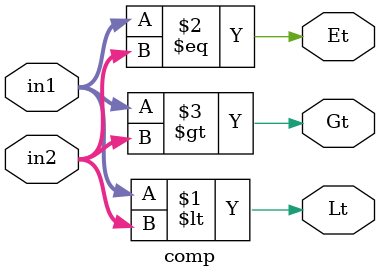
<source format=v>
module comp #(
    parameter bits = 4
) (
    input [bits-1:0] in1, in2,
    output Lt, Gt, Et
);

        assign Lt = in1 < in2;
        assign Et = in1 == in2;
        assign Gt = in1 > in2;

endmodule
</source>
